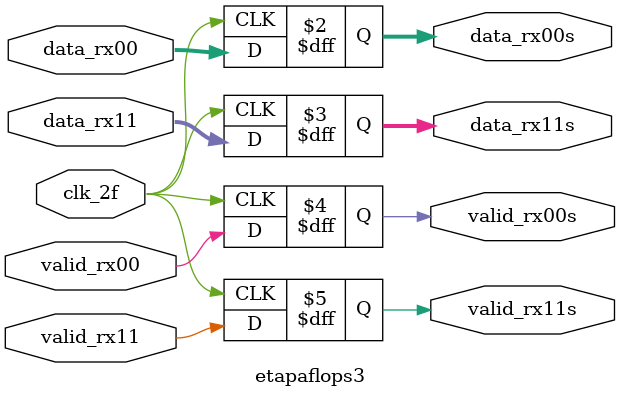
<source format=v>
module etapaflops3( output reg [7:0] data_rx00s, data_rx11s,
		    output reg 	     valid_rx00s, valid_rx11s,
		    input wire [7:0] data_rx00, data_rx11,
		    input wire 	     valid_rx00, valid_rx11,
		    input wire 	     clk_2f );

   always @( posedge clk_2f ) begin
      data_rx00s <= data_rx00;
      data_rx11s <= data_rx11;
      valid_rx00s <= valid_rx00;
      valid_rx11s <= valid_rx11;
   end
   
endmodule 		    

</source>
